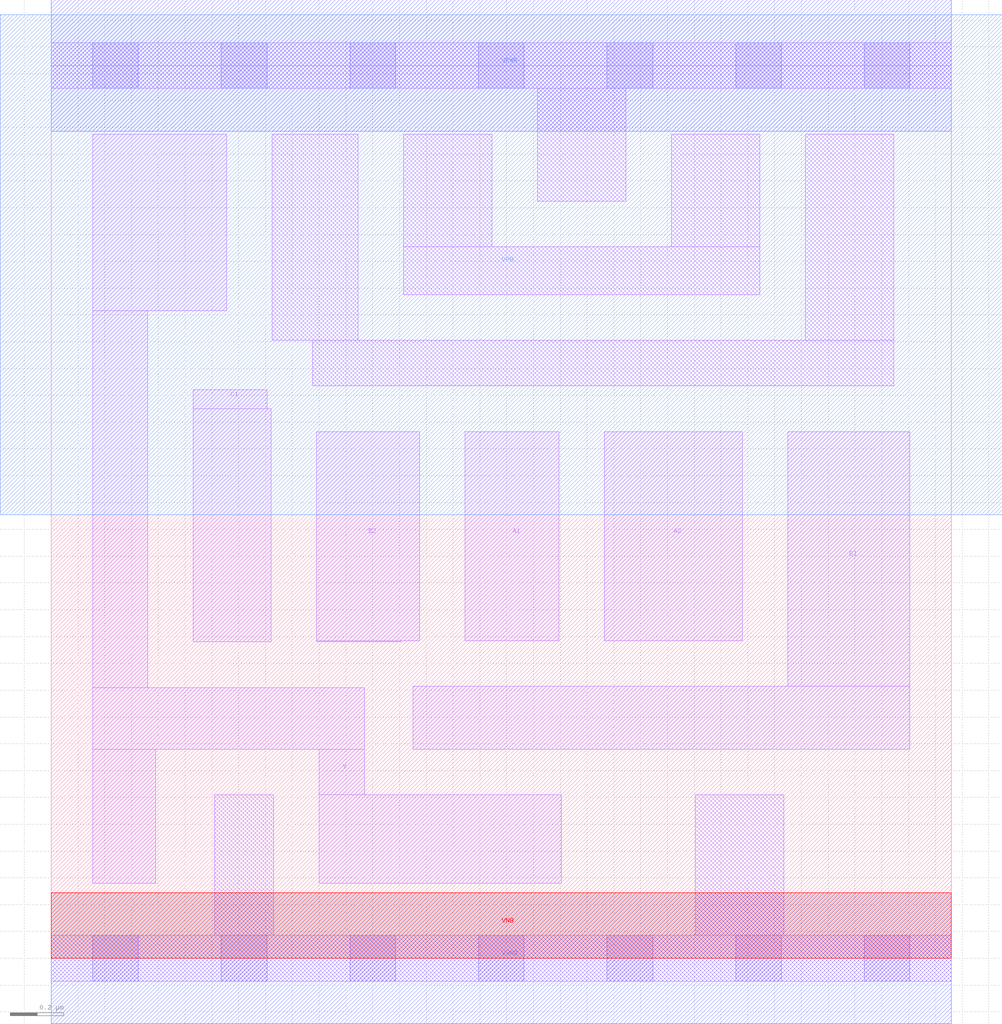
<source format=lef>
# Copyright 2020 The SkyWater PDK Authors
#
# Licensed under the Apache License, Version 2.0 (the "License");
# you may not use this file except in compliance with the License.
# You may obtain a copy of the License at
#
#     https://www.apache.org/licenses/LICENSE-2.0
#
# Unless required by applicable law or agreed to in writing, software
# distributed under the License is distributed on an "AS IS" BASIS,
# WITHOUT WARRANTIES OR CONDITIONS OF ANY KIND, either express or implied.
# See the License for the specific language governing permissions and
# limitations under the License.
#
# SPDX-License-Identifier: Apache-2.0

VERSION 5.7 ;
  NOWIREEXTENSIONATPIN ON ;
  DIVIDERCHAR "/" ;
  BUSBITCHARS "[]" ;
MACRO sky130_fd_sc_lp__a221oi_0
  CLASS CORE ;
  FOREIGN sky130_fd_sc_lp__a221oi_0 ;
  ORIGIN  0.000000  0.000000 ;
  SIZE  3.360000 BY  3.330000 ;
  SYMMETRY X Y R90 ;
  SITE unit ;
  PIN A1
    ANTENNAGATEAREA  0.159000 ;
    DIRECTION INPUT ;
    USE SIGNAL ;
    PORT
      LAYER li1 ;
        RECT 1.545000 1.185000 1.895000 1.965000 ;
    END
  END A1
  PIN A2
    ANTENNAGATEAREA  0.159000 ;
    DIRECTION INPUT ;
    USE SIGNAL ;
    PORT
      LAYER li1 ;
        RECT 2.065000 1.185000 2.580000 1.965000 ;
    END
  END A2
  PIN B1
    ANTENNAGATEAREA  0.159000 ;
    DIRECTION INPUT ;
    USE SIGNAL ;
    PORT
      LAYER li1 ;
        RECT 1.350000 0.780000 3.205000 1.015000 ;
        RECT 2.750000 1.015000 3.205000 1.965000 ;
    END
  END B1
  PIN B2
    ANTENNAGATEAREA  0.159000 ;
    DIRECTION INPUT ;
    USE SIGNAL ;
    PORT
      LAYER li1 ;
        RECT 0.990000 1.180000 1.305000 1.185000 ;
        RECT 0.990000 1.185000 1.375000 1.965000 ;
    END
  END B2
  PIN C1
    ANTENNAGATEAREA  0.159000 ;
    DIRECTION INPUT ;
    USE SIGNAL ;
    PORT
      LAYER li1 ;
        RECT 0.530000 1.180000 0.820000 2.050000 ;
        RECT 0.530000 2.050000 0.805000 2.120000 ;
    END
  END C1
  PIN Y
    ANTENNADIFFAREA  0.432100 ;
    DIRECTION OUTPUT ;
    USE SIGNAL ;
    PORT
      LAYER li1 ;
        RECT 0.155000 0.280000 0.390000 0.780000 ;
        RECT 0.155000 0.780000 1.170000 1.010000 ;
        RECT 0.155000 1.010000 0.360000 2.415000 ;
        RECT 0.155000 2.415000 0.655000 3.075000 ;
        RECT 1.000000 0.280000 1.905000 0.610000 ;
        RECT 1.000000 0.610000 1.170000 0.780000 ;
    END
  END Y
  PIN VGND
    DIRECTION INOUT ;
    USE GROUND ;
    PORT
      LAYER met1 ;
        RECT 0.000000 -0.245000 3.360000 0.245000 ;
    END
  END VGND
  PIN VNB
    DIRECTION INOUT ;
    USE GROUND ;
    PORT
      LAYER pwell ;
        RECT 0.000000 0.000000 3.360000 0.245000 ;
    END
  END VNB
  PIN VPB
    DIRECTION INOUT ;
    USE POWER ;
    PORT
      LAYER nwell ;
        RECT -0.190000 1.655000 3.550000 3.520000 ;
    END
  END VPB
  PIN VPWR
    DIRECTION INOUT ;
    USE POWER ;
    PORT
      LAYER met1 ;
        RECT 0.000000 3.085000 3.360000 3.575000 ;
    END
  END VPWR
  OBS
    LAYER li1 ;
      RECT 0.000000 -0.085000 3.360000 0.085000 ;
      RECT 0.000000  3.245000 3.360000 3.415000 ;
      RECT 0.610000  0.085000 0.830000 0.610000 ;
      RECT 0.825000  2.305000 1.145000 3.075000 ;
      RECT 0.975000  2.135000 3.145000 2.305000 ;
      RECT 1.315000  2.475000 2.645000 2.655000 ;
      RECT 1.315000  2.655000 1.645000 3.075000 ;
      RECT 1.815000  2.825000 2.145000 3.245000 ;
      RECT 2.315000  2.655000 2.645000 3.075000 ;
      RECT 2.405000  0.085000 2.735000 0.610000 ;
      RECT 2.815000  2.305000 3.145000 3.075000 ;
    LAYER mcon ;
      RECT 0.155000 -0.085000 0.325000 0.085000 ;
      RECT 0.155000  3.245000 0.325000 3.415000 ;
      RECT 0.635000 -0.085000 0.805000 0.085000 ;
      RECT 0.635000  3.245000 0.805000 3.415000 ;
      RECT 1.115000 -0.085000 1.285000 0.085000 ;
      RECT 1.115000  3.245000 1.285000 3.415000 ;
      RECT 1.595000 -0.085000 1.765000 0.085000 ;
      RECT 1.595000  3.245000 1.765000 3.415000 ;
      RECT 2.075000 -0.085000 2.245000 0.085000 ;
      RECT 2.075000  3.245000 2.245000 3.415000 ;
      RECT 2.555000 -0.085000 2.725000 0.085000 ;
      RECT 2.555000  3.245000 2.725000 3.415000 ;
      RECT 3.035000 -0.085000 3.205000 0.085000 ;
      RECT 3.035000  3.245000 3.205000 3.415000 ;
  END
END sky130_fd_sc_lp__a221oi_0
END LIBRARY

</source>
